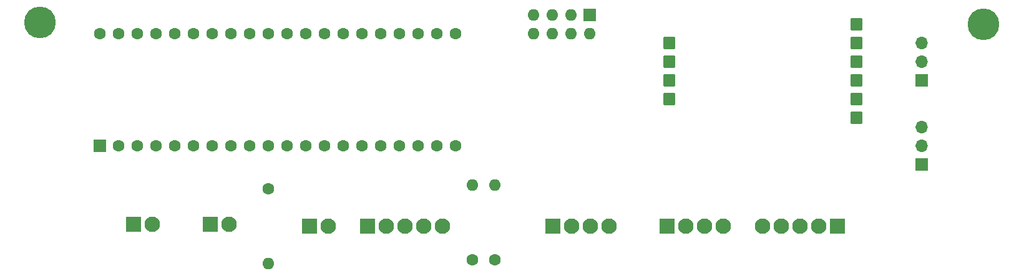
<source format=gbr>
G04 #@! TF.GenerationSoftware,KiCad,Pcbnew,7.0.2-6a45011f42~172~ubuntu22.04.1*
G04 #@! TF.CreationDate,2023-05-11T11:42:15-04:00*
G04 #@! TF.ProjectId,PCB_Design,5043425f-4465-4736-9967-6e2e6b696361,rev?*
G04 #@! TF.SameCoordinates,Original*
G04 #@! TF.FileFunction,Soldermask,Bot*
G04 #@! TF.FilePolarity,Negative*
%FSLAX46Y46*%
G04 Gerber Fmt 4.6, Leading zero omitted, Abs format (unit mm)*
G04 Created by KiCad (PCBNEW 7.0.2-6a45011f42~172~ubuntu22.04.1) date 2023-05-11 11:42:15*
%MOMM*%
%LPD*%
G01*
G04 APERTURE LIST*
%ADD10C,4.300000*%
%ADD11R,1.700000X1.700000*%
%ADD12O,1.700000X1.700000*%
%ADD13R,1.727200X1.727200*%
%ADD14O,1.600000X1.600000*%
%ADD15C,1.600000*%
%ADD16R,2.100000X2.100000*%
%ADD17C,2.100000*%
G04 APERTURE END LIST*
D10*
G04 #@! TO.C,REF\u002A\u002A*
X203962000Y-72390000D03*
G04 #@! TD*
G04 #@! TO.C,REF\u002A\u002A*
X75946000Y-72136000D03*
G04 #@! TD*
D11*
G04 #@! TO.C,JP1*
X195580000Y-91440000D03*
D12*
X195580000Y-88900000D03*
X195580000Y-86360000D03*
G04 #@! TD*
D13*
G04 #@! TO.C,U1*
X150495000Y-71120000D03*
D14*
X150495000Y-73660000D03*
X147955000Y-71120000D03*
X147955000Y-73660000D03*
X145415000Y-71120000D03*
X145415000Y-73660000D03*
X142875000Y-71120000D03*
X142875000Y-73660000D03*
G04 #@! TD*
D11*
G04 #@! TO.C,U3*
X84074000Y-88900000D03*
D15*
X86614000Y-88900000D03*
X89154000Y-88900000D03*
X91694000Y-88900000D03*
X94234000Y-88900000D03*
X96774000Y-88900000D03*
X99314000Y-88900000D03*
X101854000Y-88900000D03*
X104394000Y-88900000D03*
X106934000Y-88900000D03*
X109474000Y-88900000D03*
X112014000Y-88900000D03*
X114554000Y-88900000D03*
X117094000Y-88900000D03*
X119634000Y-88900000D03*
X122174000Y-88900000D03*
X124714000Y-88900000D03*
X127254000Y-88900000D03*
X129794000Y-88900000D03*
X132334000Y-88900000D03*
X132334000Y-73660000D03*
X129794000Y-73660000D03*
X127254000Y-73660000D03*
X124714000Y-73660000D03*
X122174000Y-73660000D03*
X119634000Y-73660000D03*
X117094000Y-73660000D03*
X114554000Y-73660000D03*
X112014000Y-73660000D03*
X109474000Y-73660000D03*
X106934000Y-73660000D03*
X104394000Y-73660000D03*
X101854000Y-73660000D03*
X99314000Y-73660000D03*
X96774000Y-73660000D03*
X94234000Y-73660000D03*
X91694000Y-73660000D03*
X89154000Y-73660000D03*
X86614000Y-73660000D03*
X84074000Y-73660000D03*
G04 #@! TD*
D14*
G04 #@! TO.C,R2*
X134620000Y-94234000D03*
D15*
X134620000Y-104394000D03*
G04 #@! TD*
D16*
G04 #@! TO.C,J2*
X112522000Y-99822000D03*
D17*
X115062000Y-99822000D03*
G04 #@! TD*
D11*
G04 #@! TO.C,JP2*
X195580000Y-80010000D03*
D12*
X195580000Y-77470000D03*
X195580000Y-74930000D03*
G04 #@! TD*
D16*
G04 #@! TO.C,J5*
X161036000Y-99822000D03*
D17*
X163576000Y-99822000D03*
X166116000Y-99822000D03*
X168656000Y-99822000D03*
G04 #@! TD*
D16*
G04 #@! TO.C,J6*
X145537000Y-99822000D03*
D17*
X148077000Y-99822000D03*
X150617000Y-99822000D03*
X153157000Y-99822000D03*
G04 #@! TD*
D16*
G04 #@! TO.C,J1*
X88646000Y-99568000D03*
D17*
X91186000Y-99568000D03*
G04 #@! TD*
G04 #@! TO.C,U4*
G36*
G01*
X162095600Y-74226000D02*
X162095600Y-75634000D01*
G75*
G02*
X161994000Y-75735600I-101600J0D01*
G01*
X160586000Y-75735600D01*
G75*
G02*
X160484400Y-75634000I0J101600D01*
G01*
X160484400Y-74226000D01*
G75*
G02*
X160586000Y-74124400I101600J0D01*
G01*
X161994000Y-74124400D01*
G75*
G02*
X162095600Y-74226000I0J-101600D01*
G01*
G37*
G36*
G01*
X162095600Y-76766000D02*
X162095600Y-78174000D01*
G75*
G02*
X161994000Y-78275600I-101600J0D01*
G01*
X160586000Y-78275600D01*
G75*
G02*
X160484400Y-78174000I0J101600D01*
G01*
X160484400Y-76766000D01*
G75*
G02*
X160586000Y-76664400I101600J0D01*
G01*
X161994000Y-76664400D01*
G75*
G02*
X162095600Y-76766000I0J-101600D01*
G01*
G37*
G36*
G01*
X162095600Y-81846000D02*
X162095600Y-83254000D01*
G75*
G02*
X161994000Y-83355600I-101600J0D01*
G01*
X160586000Y-83355600D01*
G75*
G02*
X160484400Y-83254000I0J101600D01*
G01*
X160484400Y-81846000D01*
G75*
G02*
X160586000Y-81744400I101600J0D01*
G01*
X161994000Y-81744400D01*
G75*
G02*
X162095600Y-81846000I0J-101600D01*
G01*
G37*
G36*
G01*
X187495600Y-81846000D02*
X187495600Y-83254000D01*
G75*
G02*
X187394000Y-83355600I-101600J0D01*
G01*
X185986000Y-83355600D01*
G75*
G02*
X185884400Y-83254000I0J101600D01*
G01*
X185884400Y-81846000D01*
G75*
G02*
X185986000Y-81744400I101600J0D01*
G01*
X187394000Y-81744400D01*
G75*
G02*
X187495600Y-81846000I0J-101600D01*
G01*
G37*
G36*
G01*
X187495600Y-84386000D02*
X187495600Y-85794000D01*
G75*
G02*
X187394000Y-85895600I-101600J0D01*
G01*
X185986000Y-85895600D01*
G75*
G02*
X185884400Y-85794000I0J101600D01*
G01*
X185884400Y-84386000D01*
G75*
G02*
X185986000Y-84284400I101600J0D01*
G01*
X187394000Y-84284400D01*
G75*
G02*
X187495600Y-84386000I0J-101600D01*
G01*
G37*
G36*
G01*
X162095600Y-79306000D02*
X162095600Y-80714000D01*
G75*
G02*
X161994000Y-80815600I-101600J0D01*
G01*
X160586000Y-80815600D01*
G75*
G02*
X160484400Y-80714000I0J101600D01*
G01*
X160484400Y-79306000D01*
G75*
G02*
X160586000Y-79204400I101600J0D01*
G01*
X161994000Y-79204400D01*
G75*
G02*
X162095600Y-79306000I0J-101600D01*
G01*
G37*
G36*
G01*
X187495600Y-74226000D02*
X187495600Y-75634000D01*
G75*
G02*
X187394000Y-75735600I-101600J0D01*
G01*
X185986000Y-75735600D01*
G75*
G02*
X185884400Y-75634000I0J101600D01*
G01*
X185884400Y-74226000D01*
G75*
G02*
X185986000Y-74124400I101600J0D01*
G01*
X187394000Y-74124400D01*
G75*
G02*
X187495600Y-74226000I0J-101600D01*
G01*
G37*
G36*
G01*
X187495600Y-71686000D02*
X187495600Y-73094000D01*
G75*
G02*
X187394000Y-73195600I-101600J0D01*
G01*
X185986000Y-73195600D01*
G75*
G02*
X185884400Y-73094000I0J101600D01*
G01*
X185884400Y-71686000D01*
G75*
G02*
X185986000Y-71584400I101600J0D01*
G01*
X187394000Y-71584400D01*
G75*
G02*
X187495600Y-71686000I0J-101600D01*
G01*
G37*
G36*
G01*
X187495600Y-79306000D02*
X187495600Y-80714000D01*
G75*
G02*
X187394000Y-80815600I-101600J0D01*
G01*
X185986000Y-80815600D01*
G75*
G02*
X185884400Y-80714000I0J101600D01*
G01*
X185884400Y-79306000D01*
G75*
G02*
X185986000Y-79204400I101600J0D01*
G01*
X187394000Y-79204400D01*
G75*
G02*
X187495600Y-79306000I0J-101600D01*
G01*
G37*
G36*
G01*
X187495600Y-76766000D02*
X187495600Y-78174000D01*
G75*
G02*
X187394000Y-78275600I-101600J0D01*
G01*
X185986000Y-78275600D01*
G75*
G02*
X185884400Y-78174000I0J101600D01*
G01*
X185884400Y-76766000D01*
G75*
G02*
X185986000Y-76664400I101600J0D01*
G01*
X187394000Y-76664400D01*
G75*
G02*
X187495600Y-76766000I0J-101600D01*
G01*
G37*
G04 #@! TD*
D16*
G04 #@! TO.C,J3*
X120396000Y-99822000D03*
D17*
X122936000Y-99822000D03*
X125476000Y-99822000D03*
X128016000Y-99822000D03*
X130556000Y-99822000D03*
G04 #@! TD*
D14*
G04 #@! TO.C,R1*
X137668000Y-94234000D03*
D15*
X137668000Y-104394000D03*
G04 #@! TD*
D16*
G04 #@! TO.C,J4*
X99060000Y-99568000D03*
D17*
X101600000Y-99568000D03*
G04 #@! TD*
D16*
G04 #@! TO.C,J7*
X184150000Y-99822000D03*
D17*
X181610000Y-99822000D03*
X179070000Y-99822000D03*
X176530000Y-99822000D03*
X173990000Y-99822000D03*
G04 #@! TD*
D15*
G04 #@! TO.C,R5*
X106934000Y-94742000D03*
D14*
X106934000Y-104902000D03*
G04 #@! TD*
M02*

</source>
